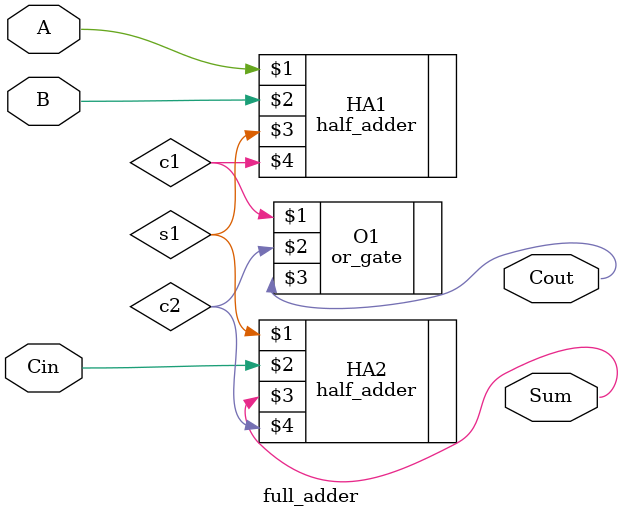
<source format=v>
module full_adder(
    input A, B, Cin,
    output Sum, Cout
);

    wire s1, c1, c2;

    // First half adder
    half_adder HA1 (A, B, s1, c1);

    // Second half adder
    half_adder HA2 (s1, Cin, Sum, c2);

    // Final OR for carry
    or_gate O1 (c1, c2, Cout);

endmodule

</source>
